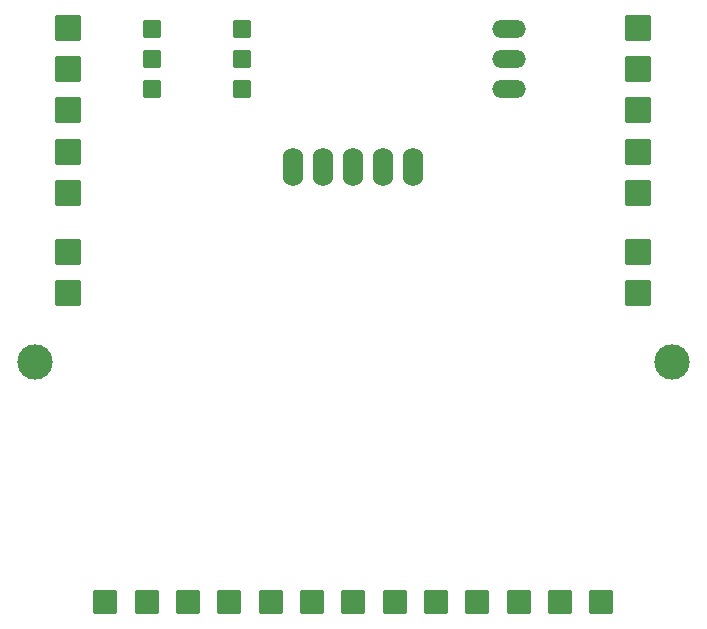
<source format=gbr>
%TF.GenerationSoftware,KiCad,Pcbnew,(6.0.10)*%
%TF.CreationDate,2023-01-23T12:48:01+01:00*%
%TF.ProjectId,BMS12v3,424d5331-3276-4332-9e6b-696361645f70,rev?*%
%TF.SameCoordinates,Original*%
%TF.FileFunction,Soldermask,Bot*%
%TF.FilePolarity,Negative*%
%FSLAX46Y46*%
G04 Gerber Fmt 4.6, Leading zero omitted, Abs format (unit mm)*
G04 Created by KiCad (PCBNEW (6.0.10)) date 2023-01-23 12:48:01*
%MOMM*%
%LPD*%
G01*
G04 APERTURE LIST*
G04 Aperture macros list*
%AMRoundRect*
0 Rectangle with rounded corners*
0 $1 Rounding radius*
0 $2 $3 $4 $5 $6 $7 $8 $9 X,Y pos of 4 corners*
0 Add a 4 corners polygon primitive as box body*
4,1,4,$2,$3,$4,$5,$6,$7,$8,$9,$2,$3,0*
0 Add four circle primitives for the rounded corners*
1,1,$1+$1,$2,$3*
1,1,$1+$1,$4,$5*
1,1,$1+$1,$6,$7*
1,1,$1+$1,$8,$9*
0 Add four rect primitives between the rounded corners*
20,1,$1+$1,$2,$3,$4,$5,0*
20,1,$1+$1,$4,$5,$6,$7,0*
20,1,$1+$1,$6,$7,$8,$9,0*
20,1,$1+$1,$8,$9,$2,$3,0*%
G04 Aperture macros list end*
%ADD10O,1.727200X3.251200*%
%ADD11C,3.000000*%
%ADD12O,2.844800X1.524000*%
%ADD13RoundRect,0.101600X0.975000X-0.975000X0.975000X0.975000X-0.975000X0.975000X-0.975000X-0.975000X0*%
%ADD14RoundRect,0.101600X-0.654000X-0.654000X0.654000X-0.654000X0.654000X0.654000X-0.654000X0.654000X0*%
%ADD15RoundRect,0.101600X-0.975000X0.975000X-0.975000X-0.975000X0.975000X-0.975000X0.975000X0.975000X0*%
%ADD16RoundRect,0.101600X-0.900000X-0.900000X0.900000X-0.900000X0.900000X0.900000X-0.900000X0.900000X0*%
G04 APERTURE END LIST*
D10*
%TO.C,PROG1*%
X143421100Y-94843600D03*
X145961100Y-94843600D03*
X148501100Y-94843600D03*
X151041100Y-94843600D03*
X153581100Y-94843600D03*
%TD*%
D11*
%TO.C,@HOLE0*%
X121500900Y-111353600D03*
%TD*%
D12*
%TO.C,LD1*%
X161709100Y-88239600D03*
X161709100Y-83159600D03*
X161709100Y-85699600D03*
%TD*%
D13*
%TO.C,U$2*%
X124371100Y-97017600D03*
X124371100Y-93517600D03*
X124371100Y-90017600D03*
X124371100Y-86517600D03*
X124371100Y-83017600D03*
%TD*%
D14*
%TO.C,U$31*%
X131483100Y-83159600D03*
X139103100Y-88239600D03*
X131483100Y-88239600D03*
X139103100Y-83159600D03*
X131483100Y-85699600D03*
X139103100Y-85699600D03*
%TD*%
D11*
%TO.C,@HOLE1*%
X175501300Y-111353600D03*
%TD*%
D13*
%TO.C,U$21*%
X124371100Y-105483600D03*
X124371100Y-101983600D03*
%TD*%
D15*
%TO.C,U$20*%
X172631100Y-101983600D03*
X172631100Y-105483600D03*
%TD*%
%TO.C,U$19*%
X172631100Y-83017600D03*
X172631100Y-86517600D03*
X172631100Y-90017600D03*
X172631100Y-93517600D03*
X172631100Y-97017600D03*
%TD*%
D16*
%TO.C,U$18*%
X127501100Y-131673600D03*
X131001100Y-131673600D03*
X134501100Y-131673600D03*
X138001100Y-131673600D03*
X141501100Y-131673600D03*
X145001100Y-131673600D03*
X148501100Y-131673600D03*
X152001100Y-131673600D03*
X155501100Y-131673600D03*
X159001100Y-131673600D03*
X162501100Y-131673600D03*
X166001100Y-131673600D03*
X169501100Y-131673600D03*
%TD*%
M02*

</source>
